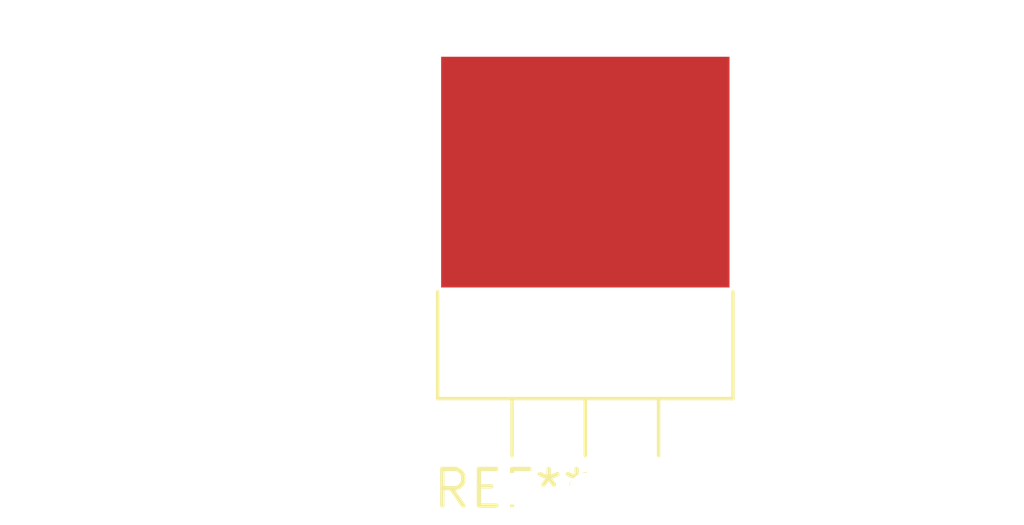
<source format=kicad_pcb>
(kicad_pcb (version 20240108) (generator pcbnew)
  (layers (0 "F.Cu" signal) (31 "B.Cu" signal) (34 "B.Paste" user) (35 "F.Paste" user) (36 "B.SilkS" user "B.Silkscreen") (37 "F.SilkS" user "F.Silkscreen") (38 "B.Mask" user) (39 "F.Mask" user) (44 "Edge.Cuts" user))
  (net 0 "")
  (footprint "TO-262-3-1EP_Horizontal_TabDown" (layer "F.Cu") (at 0 0)
    (property "Reference" "REF**")
    (property "Value" "TO-262-3-1EP_Horizontal_TabDown")
    (fp_line (start -2.58 -6.834) (end -2.58 -3.13) (layer "F.SilkS") (stroke (width 0.12)))
    (fp_line (start -2.58 -3.13) (end 7.66 -3.13) (layer "F.SilkS") (stroke (width 0.12)))
    (fp_line (start 0 -3.13) (end 0 -1.15) (layer "F.SilkS") (stroke (width 0.12)))
    (fp_line (start 2.54 -3.13) (end 2.54 -1.15) (layer "F.SilkS") (stroke (width 0.12)))
    (fp_line (start 5.08 -3.13) (end 5.08 -1.15) (layer "F.SilkS") (stroke (width 0.12)))
    (fp_line (start 7.66 -6.834) (end 7.66 -3.13) (layer "F.SilkS") (stroke (width 0.12)))
    (pad "1" thru_hole rect (at 0 0) (size 1.905 2) (drill 1.1) (layers *.Cu *.Mask) (remove_unused_layers))
    (pad "2" thru_hole oval (at 2.54 0) (size 1.905 2) (drill 1.1) (layers *.Cu *.Mask) (remove_unused_layers))
    (pad "3" thru_hole oval (at 5.08 0) (size 1.905 2) (drill 1.1) (layers *.Cu *.Mask) (remove_unused_layers))
    (pad "4" smd rect (at 2.54 -10.983333) (size 10 8) (layers "F.Cu" "F.Paste" "F.Mask"))
  )
)
</source>
